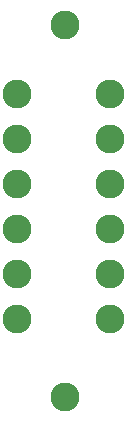
<source format=gbs>
%FSLAX23Y23*%
%MOIN*%
G04 EasyPC Gerber Version 16.0.6 Build 3249 *
%ADD109C,0.09600*%
X0Y0D02*
D02*
D109*
X83Y343D03*
Y493D03*
Y643D03*
Y793D03*
Y943D03*
Y1093D03*
X243Y83D03*
Y1323D03*
X393Y343D03*
Y493D03*
Y643D03*
Y793D03*
Y943D03*
Y1093D03*
X0Y0D02*
M02*

</source>
